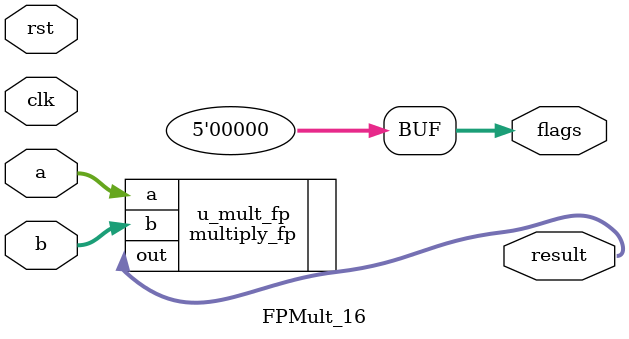
<source format=v>
`ifndef DEFINES_DONE
`define DEFINES_DONE
`define EXPONENT 5
`define MANTISSA 10
`define SIGN 1
`define DATAWIDTH (`SIGN+`EXPONENT+`MANTISSA)
`define IEEE_COMPLIANCE 1
`define NUM 8
`define ADDRSIZE 7
`define ADDRSIZE_FOR_TB 10
`endif


`timescale 1ns / 1ps

module softmax(
  inp,      //data in from memory to max block
  sub0_inp, //data inputs from memory to first-stage subtractors
  sub1_inp, //data inputs from memory to second-stage subtractors

  start_addr,   //the first address that contains input data in the on-chip memory
  end_addr,     //max address containing required data

  addr,          //address corresponding to data inp
  sub0_inp_addr, //address corresponding to sub0_inp
  sub1_inp_addr, //address corresponding to sub1_inp

  outp0,
  outp1,
  outp2,
  outp3,
  outp4,
  outp5,
  outp6,
  outp7,

  clk,
  reset,
  init,   //the signal indicating to latch the new start address
  done,   //done signal asserts when the softmax calculation is over
  start); //start signal for the overall softmax operation

  input clk;
  input reset;
  input start;
  input init;

  input  [`DATAWIDTH*`NUM-1:0] inp;
  input  [`DATAWIDTH*`NUM-1:0] sub0_inp;
  input  [`DATAWIDTH*`NUM-1:0] sub1_inp;
  input  [`ADDRSIZE-1:0]       end_addr;
  input  [`ADDRSIZE-1:0]       start_addr;

  output [`ADDRSIZE-1 :0] addr;
  output  [`ADDRSIZE-1:0] sub0_inp_addr;
  output  [`ADDRSIZE-1:0] sub1_inp_addr;

  output [`DATAWIDTH-1:0] outp0;
  output [`DATAWIDTH-1:0] outp1;
  output [`DATAWIDTH-1:0] outp2;
  output [`DATAWIDTH-1:0] outp3;
  output [`DATAWIDTH-1:0] outp4;
  output [`DATAWIDTH-1:0] outp5;
  output [`DATAWIDTH-1:0] outp6;
  output [`DATAWIDTH-1:0] outp7;
  output done;

  reg [`DATAWIDTH*`NUM-1:0] inp_reg;
  reg [`ADDRSIZE-1:0] addr;
  reg [`DATAWIDTH*`NUM-1:0] sub0_inp_reg;
  reg [`DATAWIDTH*`NUM-1:0] sub1_inp_reg;
  reg [`ADDRSIZE-1:0] sub0_inp_addr;
  reg [`ADDRSIZE-1:0] sub1_inp_addr;


  ////-----------control signals--------------////
  reg mode1_start;
  reg mode1_run;
  reg mode2_start;
  reg mode2_run;

  reg mode3_stage_run2;
  reg mode3_stage_run;
  reg mode7_stage_run2;
  reg mode7_stage_run;

  reg mode3_run;

  reg mode1_stage0_run;
  reg mode1_stage1_run;
  reg mode1_stage2_run;
  wire mode1_stage3_run;
  assign mode1_stage3_run = mode1_run;

  reg mode4_stage1_run_a;
  reg mode4_stage2_run_a;
  reg mode4_stage0_run;
  reg mode4_stage1_run;
  reg mode4_stage2_run;
  reg mode4_stage3_run;

  reg mode5_run;
  reg mode6_run;
  reg mode7_run;
  reg presub_start;
  reg presub_run;
  reg done;

  always @(posedge clk)begin
    mode4_stage1_run_a <= mode4_stage1_run;
    mode4_stage2_run_a <= mode4_stage2_run;
  end

  always @(posedge clk) begin
    if(reset) begin
      inp_reg <= 0;
      addr <= 0;
      mode1_start <= 0;
      mode1_run <= 0;
    end
    //init latch the input address
    else if(init) begin
      addr <= start_addr;
    end
    //start the mode1 max calculation
    else if(start)begin
      mode1_start <= 1;
    end
    //logic when to finish mode1 and trigger mode2 to latch the mode2 address
    else if(mode1_start && addr < end_addr) begin
      addr <= addr + 1;
      inp_reg <= inp;
      mode1_run <= 1;
    end else if(addr == end_addr)begin
      addr <= 0;
      mode1_run <= 0;
      mode1_start <= 0;
    end else begin
      mode1_run <= 0;
    end
  end

  always @(posedge clk) begin
    if(reset) begin
      mode1_stage2_run <= 0;
    end
    else if (mode1_stage3_run == 1) begin
      mode1_stage2_run <= 1;
    end
    else begin
      mode1_stage2_run <= 0;
    end
  end

  always @(posedge clk) begin
    if(reset) begin
      mode1_stage1_run <= 0;
    end
    else if (mode1_stage2_run == 1) begin
      mode1_stage1_run <= 1;
    end
    else begin
      mode1_stage1_run <= 0;
    end
  end

  always @(posedge clk) begin
    if(reset) begin
      mode1_stage0_run <= 0;
    end
    else if (mode1_stage1_run == 1) begin
      mode1_stage0_run <= 1;
    end
    else begin
      mode1_stage0_run <= 0;
    end
  end

  always @(posedge clk) begin
    if(reset) begin
      sub0_inp_addr <= 0;
      sub0_inp_reg <= 0;
      mode2_start <= 0;
      mode2_run <= 0;
    end
    else if ((addr == end_addr) && ~(mode1_start && (addr<end_addr))) begin
        mode2_start <= 1;
        sub0_inp_addr <= start_addr;
	  end
    //logic when to finish mode2
    else if(mode2_start && sub0_inp_addr < end_addr) begin
      sub0_inp_addr <= sub0_inp_addr + 1;
      sub0_inp_reg <= sub0_inp;
      mode2_run <= 1;
    end 
	else if(sub0_inp_addr == end_addr)begin
      sub0_inp_addr <= 0;
      sub0_inp_reg <= 0;
      mode2_run <= 0;
      mode2_start <= 0;
    end
  end	

  always @(posedge clk) begin
    if(reset) begin
      mode3_stage_run2 <= 0;
    end
    //logic when to trigger mode3
    else if(mode2_run == 1) begin
      mode3_stage_run2 <= 1;
    end else begin
      mode3_stage_run2 <= 0;
    end
  end	

  always @(posedge clk) begin
    if(reset) begin
      mode3_stage_run <= 0;
    end
    else if(mode3_stage_run2 == 1) begin
      mode3_stage_run <= 1;
    end else begin
      mode3_stage_run <= 0;
    end
  end	
  
  always @(posedge clk) begin
    if(reset) begin
      mode3_run <= 0;
    end
    else if(mode3_stage_run == 1) begin
      mode3_run <= 1;
    end else begin
      mode3_run <= 0;
    end
  end

    //logic when to trigger mode4 last stage adderTree, since the final results of adderTree
    //is always ready 1 cycle after mode3 finishes, so there is no need on extra
    //logic to control the adderTree outputs
  always @(posedge clk) begin
    if(reset) begin
      mode4_stage3_run <= 0;
    end
    else if (mode3_run == 1) begin
      mode4_stage3_run <= 1;
    end else begin
      mode4_stage3_run <= 0;
    end
  end

  always @(posedge clk) begin
    if(reset) begin
      mode4_stage2_run <= 0;
    end
    else if (mode4_stage3_run == 1) begin
      mode4_stage2_run <= 1;
    end else begin
      mode4_stage2_run <= 0;
    end
  end

  always @(posedge clk) begin
    if(reset) begin
      mode4_stage1_run <= 0;
    end
    else if (mode4_stage2_run == 1) begin
      mode4_stage1_run <= 1;
    end else begin
      mode4_stage1_run <= 0;
    end
  end

  always @(posedge clk) begin
    if(reset) begin
      mode4_stage0_run <= 0;
    end
    else if (mode4_stage1_run == 1) begin
      mode4_stage0_run <= 1;
    end else begin
      mode4_stage0_run <= 0;
    end
  end

  always @(posedge clk) begin
    if(reset) begin
      mode5_run <= 0;
    end
    //mode5 should be triggered right at the falling edge of mode4_stage1_run
    else if(mode4_stage1_run_a & ~mode4_stage1_run) begin
      mode5_run <= 1;
    end 
	else if(mode4_stage1_run == 0) begin
      mode5_run <= 0;
    end
  end

  always @(posedge clk) begin
    if(reset) begin
      presub_start <= 0;
      sub1_inp_addr <= 0;
      sub1_inp_reg <= 0;
      presub_run <= 0;
    end
    else if(mode4_stage2_run_a & ~mode4_stage2_run) begin
      presub_start <= 1;
      sub1_inp_addr <= start_addr;
      sub1_inp_reg <= sub1_inp;
    end
    else if(~reset && presub_start && sub1_inp_addr < end_addr)begin
      sub1_inp_addr <= sub1_inp_addr + 1;
      sub1_inp_reg <= sub1_inp;
      presub_run <= 1;
    end 
	else if(sub1_inp_addr == end_addr) begin
      presub_run <= 0;
      presub_start <= 0;
      sub1_inp_addr <= 0;
      sub1_inp_reg <= 0;
    end
  end

  always @(posedge clk) begin
    if(reset) begin
      mode6_run <= 0;
	end  
    else if(presub_run) begin
      mode6_run <= 1;
    end else begin
      mode6_run <= 0;
    end
  end

  always @(posedge clk) begin
    if(reset) begin
      mode7_stage_run2 <= 0;
	end
    else if(mode6_run == 1) begin
      mode7_stage_run2 <= 1;
    end else begin
      mode7_stage_run2 <= 0;
    end
  end

  always @(posedge clk) begin
    if(reset) begin
      mode7_stage_run <= 0;
	end
    else if(mode7_stage_run2 == 1) begin
      mode7_stage_run <= 1;
    end else begin
      mode7_stage_run <= 0;
    end
  end 

  always @(posedge clk) begin
    if(reset) begin
      mode7_run <= 0;
	end
	else if(mode7_stage_run == 1) begin
      mode7_run <= 1;
    end else begin
      mode7_run <= 0;
    end
  end

  always @(posedge clk) begin
    if(reset) begin
      done <= 0;
	end  
    else if(mode7_run) begin
      done <= 1;
    end else begin
      done <= 0;
    end
  end


  ////------mode1 max block---------///////
  wire [`DATAWIDTH-1:0] max_outp;

  mode1_max_tree mode1_max(
      .inp0(inp_reg[`DATAWIDTH*1-1:`DATAWIDTH*0]),
      .inp1(inp_reg[`DATAWIDTH*2-1:`DATAWIDTH*1]),
      .inp2(inp_reg[`DATAWIDTH*3-1:`DATAWIDTH*2]),
      .inp3(inp_reg[`DATAWIDTH*4-1:`DATAWIDTH*3]),
      .inp4(inp_reg[`DATAWIDTH*5-1:`DATAWIDTH*4]),
      .inp5(inp_reg[`DATAWIDTH*6-1:`DATAWIDTH*5]),
      .inp6(inp_reg[`DATAWIDTH*7-1:`DATAWIDTH*6]),
      .inp7(inp_reg[`DATAWIDTH*8-1:`DATAWIDTH*7]),
      .mode1_stage0_run(mode1_stage0_run),
	  .mode1_stage1_run(mode1_stage1_run),
      .mode1_stage2_run(mode1_stage2_run), 
      .mode1_stage3_run(mode1_stage3_run),
      .clk(clk),
      .reset(reset),
      .outp(max_outp));

  ////------mode2 subtraction---------///////
  wire [`DATAWIDTH-1:0] mode2_outp_sub0;
  wire [`DATAWIDTH-1:0] mode2_outp_sub1;
  wire [`DATAWIDTH-1:0] mode2_outp_sub2;
  wire [`DATAWIDTH-1:0] mode2_outp_sub3;
  wire [`DATAWIDTH-1:0] mode2_outp_sub4;
  wire [`DATAWIDTH-1:0] mode2_outp_sub5;
  wire [`DATAWIDTH-1:0] mode2_outp_sub6;
  wire [`DATAWIDTH-1:0] mode2_outp_sub7;
  mode2_sub mode2_sub(
      .a_inp0(sub0_inp_reg[`DATAWIDTH*1-1:`DATAWIDTH*0]),
      .a_inp1(sub0_inp_reg[`DATAWIDTH*2-1:`DATAWIDTH*1]),
      .a_inp2(sub0_inp_reg[`DATAWIDTH*3-1:`DATAWIDTH*2]),
      .a_inp3(sub0_inp_reg[`DATAWIDTH*4-1:`DATAWIDTH*3]),
      .a_inp4(sub0_inp_reg[`DATAWIDTH*5-1:`DATAWIDTH*4]),
      .a_inp5(sub0_inp_reg[`DATAWIDTH*6-1:`DATAWIDTH*5]),
      .a_inp6(sub0_inp_reg[`DATAWIDTH*7-1:`DATAWIDTH*6]),
      .a_inp7(sub0_inp_reg[`DATAWIDTH*8-1:`DATAWIDTH*7]),
      .outp0(mode2_outp_sub0),
      .outp1(mode2_outp_sub1),
      .outp2(mode2_outp_sub2),
      .outp3(mode2_outp_sub3),
      .outp4(mode2_outp_sub4),
      .outp5(mode2_outp_sub5),
      .outp6(mode2_outp_sub6),
      .outp7(mode2_outp_sub7),
      .b_inp(max_outp));

  reg [`DATAWIDTH-1:0] mode2_outp_sub0_reg;
  reg [`DATAWIDTH-1:0] mode2_outp_sub1_reg;
  reg [`DATAWIDTH-1:0] mode2_outp_sub2_reg;
  reg [`DATAWIDTH-1:0] mode2_outp_sub3_reg;
  reg [`DATAWIDTH-1:0] mode2_outp_sub4_reg;
  reg [`DATAWIDTH-1:0] mode2_outp_sub5_reg;
  reg [`DATAWIDTH-1:0] mode2_outp_sub6_reg;
  reg [`DATAWIDTH-1:0] mode2_outp_sub7_reg;
  always @(posedge clk) begin
    if (reset) begin
      mode2_outp_sub0_reg <= 0;
      mode2_outp_sub1_reg <= 0;
      mode2_outp_sub2_reg <= 0;
      mode2_outp_sub3_reg <= 0;
      mode2_outp_sub4_reg <= 0;
      mode2_outp_sub5_reg <= 0;
      mode2_outp_sub6_reg <= 0;
      mode2_outp_sub7_reg <= 0;
    end else if (mode2_run) begin
      mode2_outp_sub0_reg <= mode2_outp_sub0;
      mode2_outp_sub1_reg <= mode2_outp_sub1;
      mode2_outp_sub2_reg <= mode2_outp_sub2;
      mode2_outp_sub3_reg <= mode2_outp_sub3;
      mode2_outp_sub4_reg <= mode2_outp_sub4;
      mode2_outp_sub5_reg <= mode2_outp_sub5;
      mode2_outp_sub6_reg <= mode2_outp_sub6;
      mode2_outp_sub7_reg <= mode2_outp_sub7;
    end
  end

  ////------mode3 exponential---------///////
  wire [`DATAWIDTH-1:0] mode3_outp_exp0;
  wire [`DATAWIDTH-1:0] mode3_outp_exp1;
  wire [`DATAWIDTH-1:0] mode3_outp_exp2;
  wire [`DATAWIDTH-1:0] mode3_outp_exp3;
  wire [`DATAWIDTH-1:0] mode3_outp_exp4;
  wire [`DATAWIDTH-1:0] mode3_outp_exp5;
  wire [`DATAWIDTH-1:0] mode3_outp_exp6;
  wire [`DATAWIDTH-1:0] mode3_outp_exp7;
  mode3_exp mode3_exp(
      .inp0(mode2_outp_sub0_reg),
      .inp1(mode2_outp_sub1_reg),
      .inp2(mode2_outp_sub2_reg),
      .inp3(mode2_outp_sub3_reg),
      .inp4(mode2_outp_sub4_reg),
      .inp5(mode2_outp_sub5_reg),
      .inp6(mode2_outp_sub6_reg),
      .inp7(mode2_outp_sub7_reg),

      .clk(clk),
      .reset(reset),
      .stage_run(mode3_stage_run),
      .stage_run2(mode3_stage_run2),
      .outp0(mode3_outp_exp0),
      .outp1(mode3_outp_exp1),
      .outp2(mode3_outp_exp2),
      .outp3(mode3_outp_exp3),
      .outp4(mode3_outp_exp4),
      .outp5(mode3_outp_exp5),
      .outp6(mode3_outp_exp6),
      .outp7(mode3_outp_exp7)
  );

  reg [`DATAWIDTH-1:0] mode3_outp_exp0_reg;
  reg [`DATAWIDTH-1:0] mode3_outp_exp1_reg;
  reg [`DATAWIDTH-1:0] mode3_outp_exp2_reg;
  reg [`DATAWIDTH-1:0] mode3_outp_exp3_reg;
  reg [`DATAWIDTH-1:0] mode3_outp_exp4_reg;
  reg [`DATAWIDTH-1:0] mode3_outp_exp5_reg;
  reg [`DATAWIDTH-1:0] mode3_outp_exp6_reg;
  reg [`DATAWIDTH-1:0] mode3_outp_exp7_reg;
  always @(posedge clk) begin
    if (reset) begin
      mode3_outp_exp0_reg <= 0;
      mode3_outp_exp1_reg <= 0;
      mode3_outp_exp2_reg <= 0;
      mode3_outp_exp3_reg <= 0;
      mode3_outp_exp4_reg <= 0;
      mode3_outp_exp5_reg <= 0;
      mode3_outp_exp6_reg <= 0;
      mode3_outp_exp7_reg <= 0;
    end else if (mode3_run) begin
      mode3_outp_exp0_reg <= mode3_outp_exp0;
      mode3_outp_exp1_reg <= mode3_outp_exp1;
      mode3_outp_exp2_reg <= mode3_outp_exp2;
      mode3_outp_exp3_reg <= mode3_outp_exp3;
      mode3_outp_exp4_reg <= mode3_outp_exp4;
      mode3_outp_exp5_reg <= mode3_outp_exp5;
      mode3_outp_exp6_reg <= mode3_outp_exp6;
      mode3_outp_exp7_reg <= mode3_outp_exp7;
    end
  end

  //////------mode4 pipelined adder tree---------///////
  wire [`DATAWIDTH-1:0] mode4_adder_tree_outp;
  mode4_adder_tree mode4_adder_tree(
    .inp0(mode3_outp_exp0_reg),
    .inp1(mode3_outp_exp1_reg),
    .inp2(mode3_outp_exp2_reg),
    .inp3(mode3_outp_exp3_reg),
    .inp4(mode3_outp_exp4_reg),
    .inp5(mode3_outp_exp5_reg),
    .inp6(mode3_outp_exp6_reg),
    .inp7(mode3_outp_exp7_reg),
    .mode4_stage3_run(mode4_stage3_run),
    .mode4_stage2_run(mode4_stage2_run),
    .mode4_stage1_run(mode4_stage1_run),
    .mode4_stage0_run(mode4_stage0_run),

    .clk(clk),
    .reset(reset),
    .outp(mode4_adder_tree_outp)
  );


  //////------mode5 log---------///////
  wire [`DATAWIDTH-1:0] mode5_outp_log;
  reg  [`DATAWIDTH-1:0] mode5_outp_log_reg;
  mode5_ln mode5_ln(.inp(mode4_adder_tree_outp), .outp(mode5_outp_log));

  always @(posedge clk) begin
    if(reset) begin
      mode5_outp_log_reg <= 0;
    end else if(mode5_run) begin
      mode5_outp_log_reg <= mode5_outp_log;
    end
  end

  //////------mode6 pre-sub---------///////
  wire [`DATAWIDTH-1:0] mode6_outp_presub0;
  wire [`DATAWIDTH-1:0] mode6_outp_presub1;
  wire [`DATAWIDTH-1:0] mode6_outp_presub2;
  wire [`DATAWIDTH-1:0] mode6_outp_presub3;
  wire [`DATAWIDTH-1:0] mode6_outp_presub4;
  wire [`DATAWIDTH-1:0] mode6_outp_presub5;
  wire [`DATAWIDTH-1:0] mode6_outp_presub6;
  wire [`DATAWIDTH-1:0] mode6_outp_presub7;
  reg [`DATAWIDTH-1:0] mode6_outp_presub0_reg;
  reg [`DATAWIDTH-1:0] mode6_outp_presub1_reg;
  reg [`DATAWIDTH-1:0] mode6_outp_presub2_reg;
  reg [`DATAWIDTH-1:0] mode6_outp_presub3_reg;
  reg [`DATAWIDTH-1:0] mode6_outp_presub4_reg;
  reg [`DATAWIDTH-1:0] mode6_outp_presub5_reg;
  reg [`DATAWIDTH-1:0] mode6_outp_presub6_reg;
  reg [`DATAWIDTH-1:0] mode6_outp_presub7_reg;

  mode6_sub pre_sub(
      .a_inp0(sub1_inp_reg[`DATAWIDTH*1-1:`DATAWIDTH*0]),
      .a_inp1(sub1_inp_reg[`DATAWIDTH*2-1:`DATAWIDTH*1]),
      .a_inp2(sub1_inp_reg[`DATAWIDTH*3-1:`DATAWIDTH*2]),
      .a_inp3(sub1_inp_reg[`DATAWIDTH*4-1:`DATAWIDTH*3]),
      .a_inp4(sub1_inp_reg[`DATAWIDTH*5-1:`DATAWIDTH*4]),
      .a_inp5(sub1_inp_reg[`DATAWIDTH*6-1:`DATAWIDTH*5]),
      .a_inp6(sub1_inp_reg[`DATAWIDTH*7-1:`DATAWIDTH*6]),
      .a_inp7(sub1_inp_reg[`DATAWIDTH*8-1:`DATAWIDTH*7]),
      .b_inp(max_outp),
      .outp0(mode6_outp_presub0),
      .outp1(mode6_outp_presub1),
      .outp2(mode6_outp_presub2),
      .outp3(mode6_outp_presub3),
      .outp4(mode6_outp_presub4),
      .outp5(mode6_outp_presub5),
      .outp6(mode6_outp_presub6),
      .outp7(mode6_outp_presub7)
  );
  always @(posedge clk) begin
    if (reset) begin
      mode6_outp_presub0_reg <= 0;
      mode6_outp_presub1_reg <= 0;
      mode6_outp_presub2_reg <= 0;
      mode6_outp_presub3_reg <= 0;
      mode6_outp_presub4_reg <= 0;
      mode6_outp_presub5_reg <= 0;
      mode6_outp_presub6_reg <= 0;
      mode6_outp_presub7_reg <= 0;
    end else if (presub_run) begin
      mode6_outp_presub0_reg <= mode6_outp_presub0;
      mode6_outp_presub1_reg <= mode6_outp_presub1;
      mode6_outp_presub2_reg <= mode6_outp_presub2;
      mode6_outp_presub3_reg <= mode6_outp_presub3;
      mode6_outp_presub4_reg <= mode6_outp_presub4;
      mode6_outp_presub5_reg <= mode6_outp_presub5;
      mode6_outp_presub6_reg <= mode6_outp_presub6;
      mode6_outp_presub7_reg <= mode6_outp_presub7;
    end
  end

  //////------mode6 logsub ---------///////
  wire [`DATAWIDTH-1:0] mode6_outp_logsub0;
  wire [`DATAWIDTH-1:0] mode6_outp_logsub1;
  wire [`DATAWIDTH-1:0] mode6_outp_logsub2;
  wire [`DATAWIDTH-1:0] mode6_outp_logsub3;
  wire [`DATAWIDTH-1:0] mode6_outp_logsub4;
  wire [`DATAWIDTH-1:0] mode6_outp_logsub5;
  wire [`DATAWIDTH-1:0] mode6_outp_logsub6;
  wire [`DATAWIDTH-1:0] mode6_outp_logsub7;
  reg [`DATAWIDTH-1:0] mode6_outp_logsub0_reg;
  reg [`DATAWIDTH-1:0] mode6_outp_logsub1_reg;
  reg [`DATAWIDTH-1:0] mode6_outp_logsub2_reg;
  reg [`DATAWIDTH-1:0] mode6_outp_logsub3_reg;
  reg [`DATAWIDTH-1:0] mode6_outp_logsub4_reg;
  reg [`DATAWIDTH-1:0] mode6_outp_logsub5_reg;
  reg [`DATAWIDTH-1:0] mode6_outp_logsub6_reg;
  reg [`DATAWIDTH-1:0] mode6_outp_logsub7_reg;

  mode6_sub log_sub(
      .a_inp0(mode6_outp_presub0_reg),
      .a_inp1(mode6_outp_presub1_reg),
      .a_inp2(mode6_outp_presub2_reg),
      .a_inp3(mode6_outp_presub3_reg),
      .a_inp4(mode6_outp_presub4_reg),
      .a_inp5(mode6_outp_presub5_reg),
      .a_inp6(mode6_outp_presub6_reg),
      .a_inp7(mode6_outp_presub7_reg),
      .b_inp(mode5_outp_log_reg),
      .outp0(mode6_outp_logsub0),
      .outp1(mode6_outp_logsub1),
      .outp2(mode6_outp_logsub2),
      .outp3(mode6_outp_logsub3),
      .outp4(mode6_outp_logsub4),
      .outp5(mode6_outp_logsub5),
      .outp6(mode6_outp_logsub6),
      .outp7(mode6_outp_logsub7)
  );
  always @(posedge clk) begin
    if (reset) begin
      mode6_outp_logsub0_reg <= 0;
      mode6_outp_logsub1_reg <= 0;
      mode6_outp_logsub2_reg <= 0;
      mode6_outp_logsub3_reg <= 0;
      mode6_outp_logsub4_reg <= 0;
      mode6_outp_logsub5_reg <= 0;
      mode6_outp_logsub6_reg <= 0;
      mode6_outp_logsub7_reg <= 0;
    end else if (mode6_run) begin
      mode6_outp_logsub0_reg <= mode6_outp_logsub0;
      mode6_outp_logsub1_reg <= mode6_outp_logsub1;
      mode6_outp_logsub2_reg <= mode6_outp_logsub2;
      mode6_outp_logsub3_reg <= mode6_outp_logsub3;
      mode6_outp_logsub4_reg <= mode6_outp_logsub4;
      mode6_outp_logsub5_reg <= mode6_outp_logsub5;
      mode6_outp_logsub6_reg <= mode6_outp_logsub6;
      mode6_outp_logsub7_reg <= mode6_outp_logsub7;
    end
  end

  //////------mode7 exp---------///////
  wire [`DATAWIDTH-1:0] outp0_temp;
  wire [`DATAWIDTH-1:0] outp1_temp;
  wire [`DATAWIDTH-1:0] outp2_temp;
  wire [`DATAWIDTH-1:0] outp3_temp;
  wire [`DATAWIDTH-1:0] outp4_temp;
  wire [`DATAWIDTH-1:0] outp5_temp;
  wire [`DATAWIDTH-1:0] outp6_temp;
  wire [`DATAWIDTH-1:0] outp7_temp;
  reg [`DATAWIDTH-1:0] outp0;
  reg [`DATAWIDTH-1:0] outp1;
  reg [`DATAWIDTH-1:0] outp2;
  reg [`DATAWIDTH-1:0] outp3;
  reg [`DATAWIDTH-1:0] outp4;
  reg [`DATAWIDTH-1:0] outp5;
  reg [`DATAWIDTH-1:0] outp6;
  reg [`DATAWIDTH-1:0] outp7;

  mode7_exp mode7_exp(
      .inp0(mode6_outp_logsub0_reg),
      .inp1(mode6_outp_logsub1_reg),
      .inp2(mode6_outp_logsub2_reg),
      .inp3(mode6_outp_logsub3_reg),
      .inp4(mode6_outp_logsub4_reg),
      .inp5(mode6_outp_logsub5_reg),
      .inp6(mode6_outp_logsub6_reg),
      .inp7(mode6_outp_logsub7_reg),

      .clk(clk),
      .reset(reset),
      .stage_run(mode7_stage_run),
      .stage_run2(mode7_stage_run2),

      .outp0(outp0_temp),
      .outp1(outp1_temp),
      .outp2(outp2_temp),
      .outp3(outp3_temp),
      .outp4(outp4_temp),
      .outp5(outp5_temp),
      .outp6(outp6_temp),
      .outp7(outp7_temp)
  );
  always @(posedge clk) begin
    if (reset) begin
      outp0 <= 0;
      outp1 <= 0;
      outp2 <= 0;
      outp3 <= 0;
      outp4 <= 0;
      outp5 <= 0;
      outp6 <= 0;
      outp7 <= 0;
    end else if (mode7_run) begin
      outp0 <= outp0_temp;
      outp1 <= outp1_temp;
      outp2 <= outp2_temp;
      outp3 <= outp3_temp;
      outp4 <= outp4_temp;
      outp5 <= outp5_temp;
      outp6 <= outp6_temp;
      outp7 <= outp7_temp;
    end
  end

endmodule


module mode1_max_tree(
  inp0, 
  inp1, 
  inp2, 
  inp3, 
  inp4, 
  inp5, 
  inp6, 
  inp7, 
  mode1_stage3_run,
  mode1_stage2_run,
  mode1_stage1_run,  
  mode1_stage0_run,
  clk,
  reset,
  outp,
);

  input  [`DATAWIDTH-1 : 0] inp0; 
  input  [`DATAWIDTH-1 : 0] inp1; 
  input  [`DATAWIDTH-1 : 0] inp2; 
  input  [`DATAWIDTH-1 : 0] inp3; 
  input  [`DATAWIDTH-1 : 0] inp4; 
  input  [`DATAWIDTH-1 : 0] inp5; 
  input  [`DATAWIDTH-1 : 0] inp6; 
  input  [`DATAWIDTH-1 : 0] inp7; 
  input mode1_stage3_run;
  input mode1_stage2_run;
  input mode1_stage1_run;
  input mode1_stage0_run;
  input clk;
  input reset;
  output [`DATAWIDTH-1 : 0] outp;

  reg    [`DATAWIDTH-1 : 0] outp;

  reg    [`DATAWIDTH-1 : 0] cmp0_out_stage3_reg;
  wire   [`DATAWIDTH-1 : 0] cmp0_out_stage3;
  reg    [`DATAWIDTH-1 : 0] cmp1_out_stage3_reg;
  wire   [`DATAWIDTH-1 : 0] cmp1_out_stage3;
  reg    [`DATAWIDTH-1 : 0] cmp2_out_stage3_reg;
  wire   [`DATAWIDTH-1 : 0] cmp2_out_stage3;
  reg    [`DATAWIDTH-1 : 0] cmp3_out_stage3_reg;
  wire   [`DATAWIDTH-1 : 0] cmp3_out_stage3;
  wire   [`DATAWIDTH-1 : 0] cmp0_out_stage2;
  wire   [`DATAWIDTH-1 : 0] cmp1_out_stage2;
  wire   [`DATAWIDTH-1 : 0] cmp0_out_stage1;
  wire   [`DATAWIDTH-1 : 0] cmp0_out_stage0;
  reg    [`DATAWIDTH-1 : 0] cmp1_out_stage2_reg;
  reg    [`DATAWIDTH-1 : 0] cmp0_out_stage2_reg;
  reg    [`DATAWIDTH-1 : 0] cmp0_out_stage1_reg;


  always @(posedge clk) begin
    if (reset) begin
      outp <= 0;
      cmp0_out_stage3_reg <= 0;
      cmp1_out_stage3_reg <= 0;
      cmp2_out_stage3_reg <= 0;
      cmp3_out_stage3_reg <= 0;
	  cmp0_out_stage2_reg <= 0;
      cmp1_out_stage2_reg <= 0;
	  cmp0_out_stage1_reg <= 0;
    end

    else if(~reset && mode1_stage3_run) begin
      cmp0_out_stage3_reg <= cmp0_out_stage3;
      cmp1_out_stage3_reg <= cmp1_out_stage3;
      cmp2_out_stage3_reg <= cmp2_out_stage3;
      cmp3_out_stage3_reg <= cmp3_out_stage3;
    end
	
	else if(~reset && mode1_stage2_run) begin
      cmp0_out_stage2_reg <= cmp0_out_stage2;
      cmp1_out_stage2_reg <= cmp1_out_stage2;
    end
	
	else if(~reset && mode1_stage1_run) begin
      cmp0_out_stage1_reg <= cmp0_out_stage1;
    end

    else if(~reset && mode1_stage0_run) begin
      outp <= cmp0_out_stage0;
    end

  end

wire cmp0_stage3_aeb;
wire cmp0_stage3_aneb;
wire cmp0_stage3_alb;
wire cmp0_stage3_aleb;
wire cmp0_stage3_agb;
wire cmp0_stage3_ageb;
wire cmp0_stage3_unordered;

wire cmp1_stage3_aeb;
wire cmp1_stage3_aneb;
wire cmp1_stage3_alb;
wire cmp1_stage3_aleb;
wire cmp1_stage3_agb;
wire cmp1_stage3_ageb;
wire cmp1_stage3_unordered;

wire cmp2_stage3_aeb;
wire cmp2_stage3_aneb;
wire cmp2_stage3_alb;
wire cmp2_stage3_aleb;
wire cmp2_stage3_agb;
wire cmp2_stage3_ageb;
wire cmp2_stage3_unordered;

wire cmp3_stage3_aeb;
wire cmp3_stage3_aneb;
wire cmp3_stage3_alb;
wire cmp3_stage3_aleb;
wire cmp3_stage3_agb;
wire cmp3_stage3_ageb;
wire cmp3_stage3_unordered;

wire cmp0_stage2_aeb;
wire cmp0_stage2_aneb;
wire cmp0_stage2_alb;
wire cmp0_stage2_aleb;
wire cmp0_stage2_agb;
wire cmp0_stage2_ageb;
wire cmp0_stage2_unordered;

wire cmp1_stage2_aeb;
wire cmp1_stage2_aneb;
wire cmp1_stage2_alb;
wire cmp1_stage2_aleb;
wire cmp1_stage2_agb;
wire cmp1_stage2_ageb;
wire cmp1_stage2_unordered;

wire cmp0_stage1_aeb;
wire cmp0_stage1_aneb;
wire cmp0_stage1_alb;
wire cmp0_stage1_aleb;
wire cmp0_stage1_agb;
wire cmp0_stage1_ageb;
wire cmp0_stage1_unordered;

wire cmp0_stage0_aeb;
wire cmp0_stage0_aneb;
wire cmp0_stage0_alb;
wire cmp0_stage0_aleb;
wire cmp0_stage0_agb;
wire cmp0_stage0_ageb;
wire cmp0_stage0_unordered;

//Stage3
comparator cmp0_stage3(.a(inp0),       .b(inp1),        .aeb(cmp0_stage3_aeb), .aneb(cmp0_stage3_aneb), .alb(cmp0_stage3_alb), .aleb(cmp0_stage3_aleb), .agb(cmp0_stage3_agb), .ageb(cmp0_stage3_ageb), .unordered(cmp0_stage3_unordered));
assign cmp0_out_stage3 = (cmp0_stage3_ageb==1'b1) ? inp0 : inp1;

comparator cmp1_stage3(.a(inp2),       .b(inp3),         .aeb(cmp1_stage3_aeb), .aneb(cmp1_stage3_aneb), .alb(cmp1_stage3_alb), .aleb(cmp1_stage3_aleb), .agb(cmp1_stage3_agb), .ageb(cmp1_stage3_ageb), .unordered(cmp1_stage3_unordered));   
assign cmp1_out_stage3 = (cmp1_stage3_ageb==1'b1) ? inp2 : inp3;

comparator cmp2_stage3(.a(inp4),       .b(inp5),         .aeb(cmp2_stage3_aeb), .aneb(cmp2_stage3_aneb), .alb(cmp2_stage3_alb), .aleb(cmp2_stage3_aleb), .agb(cmp2_stage3_agb), .ageb(cmp2_stage3_ageb), .unordered(cmp2_stage3_unordered));   
assign cmp2_out_stage3 = (cmp2_stage3_ageb==1'b1) ? inp4 : inp5;

comparator cmp3_stage3(.a(inp6),       .b(inp7),         .aeb(cmp3_stage3_aeb), .aneb(cmp3_stage3_aneb), .alb(cmp3_stage3_alb), .aleb(cmp3_stage3_aleb), .agb(cmp3_stage3_agb), .ageb(cmp3_stage3_ageb), .unordered(cmp3_stage3_unordered));   
assign cmp3_out_stage3 = (cmp3_stage3_ageb==1'b1) ? inp6 : inp7;

//Stage2
comparator cmp0_stage2(.a(cmp0_out_stage3_reg),       .b(cmp1_out_stage3_reg),        .aeb(cmp0_stage2_aeb), .aneb(cmp0_stage2_aneb), .alb(cmp0_stage2_alb), .aleb(cmp0_stage2_aleb), .agb(cmp0_stage2_agb), .ageb(cmp0_stage2_ageb), .unordered(cmp0_stage2_unordered));
assign cmp0_out_stage2 = (cmp0_stage2_ageb==1'b1) ? cmp0_out_stage3_reg : cmp1_out_stage3_reg;

comparator cmp1_stage2(.a(cmp2_out_stage3_reg),       .b(cmp3_out_stage3_reg),         .aeb(cmp1_stage2_aeb), .aneb(cmp1_stage2_aneb), .alb(cmp1_stage2_alb), .aleb(cmp1_stage2_aleb), .agb(cmp1_stage2_agb), .ageb(cmp1_stage2_ageb), .unordered(cmp1_stage2_unordered));   
assign cmp1_out_stage2 = (cmp1_stage2_ageb==1'b1) ? cmp2_out_stage3_reg : cmp3_out_stage3_reg;

//Stage1
comparator cmp0_stage1(.a(cmp0_out_stage2_reg),       .b(cmp1_out_stage2_reg),          .aeb(cmp0_stage1_aeb), .aneb(cmp0_stage1_aneb), .alb(cmp0_stage1_alb), .aleb(cmp0_stage1_aleb), .agb(cmp0_stage1_agb), .ageb(cmp0_stage1_ageb), .unordered(cmp0_stage1_unordered));
assign cmp0_out_stage1 = (cmp0_stage1_ageb==1'b1) ? cmp0_out_stage2_reg: cmp1_out_stage2_reg;

//Stage0
comparator cmp0_stage0(.a(outp),       .b(cmp0_out_stage1_reg),         .aeb(cmp0_stage0_aeb), .aneb(cmp0_stage0_aneb), .alb(cmp0_stage0_alb), .aleb(cmp0_stage0_aleb), .agb(cmp0_stage0_agb), .ageb(cmp0_stage0_ageb), .unordered(cmp0_stage0_unordered));
assign cmp0_out_stage0 = (cmp0_stage0_ageb==1'b1) ? outp : cmp0_out_stage1_reg;

//DW_fp_cmp #(`MANTISSA, `EXPONENT, `IEEE_COMPLIANCE) cmp0_stage3(.a(inp0),       .b(inp1),      .z1(cmp0_out_stage3), .zctr(1'b0), .aeqb(), .altb(), .agtb(), .unordered(), .z0(), .status0(), .status1());
//DW_fp_cmp #(`MANTISSA, `EXPONENT, `IEEE_COMPLIANCE) cmp1_stage3(.a(inp2),       .b(inp3),      .z1(cmp1_out_stage3), .zctr(1'b0), .aeqb(), .altb(), .agtb(), .unordered(), .z0(), .status0(), .status1());
//DW_fp_cmp #(`MANTISSA, `EXPONENT, `IEEE_COMPLIANCE) cmp2_stage3(.a(inp4),       .b(inp5),      .z1(cmp2_out_stage3), .zctr(1'b0), .aeqb(), .altb(), .agtb(), .unordered(), .z0(), .status0(), .status1());
//DW_fp_cmp #(`MANTISSA, `EXPONENT, `IEEE_COMPLIANCE) cmp3_stage3(.a(inp6),       .b(inp7),      .z1(cmp3_out_stage3), .zctr(1'b0), .aeqb(), .altb(), .agtb(), .unordered(), .z0(), .status0(), .status1());
//
//DW_fp_cmp #(`MANTISSA, `EXPONENT, `IEEE_COMPLIANCE) cmp0_stage2(.a(cmp0_out_stage3_reg),       .b(cmp1_out_stage3_reg),      .z1(cmp0_out_stage2), .zctr(1'b0), .aeqb(), .altb(), .agtb(), .unordered(), .z0(), .status0(), .status1());
//DW_fp_cmp #(`MANTISSA, `EXPONENT, `IEEE_COMPLIANCE) cmp1_stage2(.a(cmp2_out_stage3_reg),       .b(cmp3_out_stage3_reg),      .z1(cmp1_out_stage2), .zctr(1'b0), .aeqb(), .altb(), .agtb(), .unordered(), .z0(), .status0(), .status1());
//
//DW_fp_cmp #(`MANTISSA, `EXPONENT, `IEEE_COMPLIANCE) cmp0_stage1(.a(cmp0_out_stage2),       .b(cmp1_out_stage2),      .z1(cmp0_out_stage1), .zctr(1'b0), .aeqb(), .altb(), .agtb(), .unordered(), .z0(), .status0(), .status1());
//
//DW_fp_cmp #(`MANTISSA, `EXPONENT, `IEEE_COMPLIANCE) cmp0_stage0(.a(outp),       .b(cmp0_out_stage1),      .z1(cmp0_out_stage0), .zctr(1'b0), .aeqb(), .altb(), .agtb(), .unordered(), .z0(), .status0(), .status1());

endmodule


module mode2_sub(
  a_inp0,
  a_inp1,
  a_inp2,
  a_inp3,
  a_inp4,
  a_inp5,
  a_inp6,
  a_inp7,
  outp0,
  outp1,
  outp2,
  outp3,
  outp4,
  outp5,
  outp6,
  outp7,
  b_inp,
);

  input  [`DATAWIDTH-1 : 0] a_inp0;
  input  [`DATAWIDTH-1 : 0] a_inp1;
  input  [`DATAWIDTH-1 : 0] a_inp2;
  input  [`DATAWIDTH-1 : 0] a_inp3;
  input  [`DATAWIDTH-1 : 0] a_inp4;
  input  [`DATAWIDTH-1 : 0] a_inp5;
  input  [`DATAWIDTH-1 : 0] a_inp6;
  input  [`DATAWIDTH-1 : 0] a_inp7;
  output  [`DATAWIDTH-1 : 0] outp0;
  output  [`DATAWIDTH-1 : 0] outp1;
  output  [`DATAWIDTH-1 : 0] outp2;
  output  [`DATAWIDTH-1 : 0] outp3;
  output  [`DATAWIDTH-1 : 0] outp4;
  output  [`DATAWIDTH-1 : 0] outp5;
  output  [`DATAWIDTH-1 : 0] outp6;
  output  [`DATAWIDTH-1 : 0] outp7;
  input  [`DATAWIDTH-1 : 0] b_inp;

  wire clk_NC;
  wire rst_NC;
  wire [4:0] flags_NC0, flags_NC1, flags_NC2, flags_NC3;
  wire [4:0] flags_NC4, flags_NC5, flags_NC6, flags_NC7;

  // 0 add, 1 sub
  FPAddSub sub0(.clk(clk_NC), .rst(rst_NC), .a(a_inp0),	.b(b_inp), .operation(1'b1),	.result(outp0), .flags(flags_NC0));
  FPAddSub sub1(.clk(clk_NC), .rst(rst_NC), .a(a_inp1),	.b(b_inp), .operation(1'b1),	.result(outp1), .flags(flags_NC1));
  FPAddSub sub2(.clk(clk_NC), .rst(rst_NC), .a(a_inp2),	.b(b_inp), .operation(1'b1),	.result(outp2), .flags(flags_NC2));
  FPAddSub sub3(.clk(clk_NC), .rst(rst_NC), .a(a_inp3),	.b(b_inp), .operation(1'b1),	.result(outp3), .flags(flags_NC3));
  FPAddSub sub4(.clk(clk_NC), .rst(rst_NC), .a(a_inp4),	.b(b_inp), .operation(1'b1),	.result(outp4), .flags(flags_NC4));
  FPAddSub sub5(.clk(clk_NC), .rst(rst_NC), .a(a_inp5),	.b(b_inp), .operation(1'b1),	.result(outp5), .flags(flags_NC5));
  FPAddSub sub6(.clk(clk_NC), .rst(rst_NC), .a(a_inp6),	.b(b_inp), .operation(1'b1),	.result(outp6), .flags(flags_NC6));
  FPAddSub sub7(.clk(clk_NC), .rst(rst_NC), .a(a_inp7),	.b(b_inp), .operation(1'b1),	.result(outp7), .flags(flags_NC7));

//  DW_fp_sub #(`MANTISSA, `EXPONENT, `IEEE_COMPLIANCE) sub0(.a(a_inp0), .b(b_inp), .z(outp0), .rnd(3'b000), .status());
//  DW_fp_sub #(`MANTISSA, `EXPONENT, `IEEE_COMPLIANCE) sub1(.a(a_inp1), .b(b_inp), .z(outp1), .rnd(3'b000), .status());
//  DW_fp_sub #(`MANTISSA, `EXPONENT, `IEEE_COMPLIANCE) sub2(.a(a_inp2), .b(b_inp), .z(outp2), .rnd(3'b000), .status());
//  DW_fp_sub #(`MANTISSA, `EXPONENT, `IEEE_COMPLIANCE) sub3(.a(a_inp3), .b(b_inp), .z(outp3), .rnd(3'b000), .status());
//  DW_fp_sub #(`MANTISSA, `EXPONENT, `IEEE_COMPLIANCE) sub4(.a(a_inp4), .b(b_inp), .z(outp4), .rnd(3'b000), .status());
//  DW_fp_sub #(`MANTISSA, `EXPONENT, `IEEE_COMPLIANCE) sub5(.a(a_inp5), .b(b_inp), .z(outp5), .rnd(3'b000), .status());
//  DW_fp_sub #(`MANTISSA, `EXPONENT, `IEEE_COMPLIANCE) sub6(.a(a_inp6), .b(b_inp), .z(outp6), .rnd(3'b000), .status());
//  DW_fp_sub #(`MANTISSA, `EXPONENT, `IEEE_COMPLIANCE) sub7(.a(a_inp7), .b(b_inp), .z(outp7), .rnd(3'b000), .status());
endmodule


module mode3_exp(
  inp0, 
  inp1, 
  inp2, 
  inp3, 
  inp4, 
  inp5, 
  inp6, 
  inp7, 

  clk,
  reset,
  stage_run,
  stage_run2,
  
  outp0, 
  outp1, 
  outp2, 
  outp3, 
  outp4, 
  outp5, 
  outp6, 
  outp7
);

  input  [`DATAWIDTH-1 : 0] inp0;
  input  [`DATAWIDTH-1 : 0] inp1;
  input  [`DATAWIDTH-1 : 0] inp2;
  input  [`DATAWIDTH-1 : 0] inp3;
  input  [`DATAWIDTH-1 : 0] inp4;
  input  [`DATAWIDTH-1 : 0] inp5;
  input  [`DATAWIDTH-1 : 0] inp6;
  input  [`DATAWIDTH-1 : 0] inp7;

  input  clk;
  input  reset;
  input  stage_run;
  input  stage_run2; 
  
  output  [`DATAWIDTH-1 : 0] outp0;
  output  [`DATAWIDTH-1 : 0] outp1;
  output  [`DATAWIDTH-1 : 0] outp2;
  output  [`DATAWIDTH-1 : 0] outp3;
  output  [`DATAWIDTH-1 : 0] outp4;
  output  [`DATAWIDTH-1 : 0] outp5;
  output  [`DATAWIDTH-1 : 0] outp6;
  output  [`DATAWIDTH-1 : 0] outp7;
  expunit exp0(.a(inp0), .z(outp0), .status(), .stage_run(stage_run), .stage_run2(stage_run2), .clk(clk), .reset(reset));
  expunit exp1(.a(inp1), .z(outp1), .status(), .stage_run(stage_run), .stage_run2(stage_run2), .clk(clk), .reset(reset));
  expunit exp2(.a(inp2), .z(outp2), .status(), .stage_run(stage_run), .stage_run2(stage_run2), .clk(clk), .reset(reset));
  expunit exp3(.a(inp3), .z(outp3), .status(), .stage_run(stage_run), .stage_run2(stage_run2), .clk(clk), .reset(reset));
  expunit exp4(.a(inp4), .z(outp4), .status(), .stage_run(stage_run), .stage_run2(stage_run2), .clk(clk), .reset(reset));
  expunit exp5(.a(inp5), .z(outp5), .status(), .stage_run(stage_run), .stage_run2(stage_run2), .clk(clk), .reset(reset));
  expunit exp6(.a(inp6), .z(outp6), .status(), .stage_run(stage_run), .stage_run2(stage_run2), .clk(clk), .reset(reset));
  expunit exp7(.a(inp7), .z(outp7), .status(), .stage_run(stage_run), .stage_run2(stage_run2), .clk(clk), .reset(reset));
endmodule


module mode4_adder_tree(
  inp0, 
  inp1, 
  inp2, 
  inp3, 
  inp4, 
  inp5, 
  inp6, 
  inp7, 
  mode4_stage0_run,
  mode4_stage1_run,
  mode4_stage2_run,
  mode4_stage3_run,

  clk,
  reset,
  outp
);

  input clk;
  input reset;
  input  [`DATAWIDTH-1 : 0] inp0; 
  input  [`DATAWIDTH-1 : 0] inp1; 
  input  [`DATAWIDTH-1 : 0] inp2; 
  input  [`DATAWIDTH-1 : 0] inp3; 
  input  [`DATAWIDTH-1 : 0] inp4; 
  input  [`DATAWIDTH-1 : 0] inp5; 
  input  [`DATAWIDTH-1 : 0] inp6; 
  input  [`DATAWIDTH-1 : 0] inp7; 
  output [`DATAWIDTH-1 : 0] outp;
  input mode4_stage0_run;
  input mode4_stage1_run;
  input mode4_stage2_run;
  input mode4_stage3_run;

  wire   [`DATAWIDTH-1 : 0] add0_out_stage3;
  reg    [`DATAWIDTH-1 : 0] add0_out_stage3_reg;
  wire   [`DATAWIDTH-1 : 0] add1_out_stage3;
  reg    [`DATAWIDTH-1 : 0] add1_out_stage3_reg;
  wire   [`DATAWIDTH-1 : 0] add2_out_stage3;
  reg    [`DATAWIDTH-1 : 0] add2_out_stage3_reg;
  wire   [`DATAWIDTH-1 : 0] add3_out_stage3;
  reg    [`DATAWIDTH-1 : 0] add3_out_stage3_reg;

  wire   [`DATAWIDTH-1 : 0] add0_out_stage2;
  reg    [`DATAWIDTH-1 : 0] add0_out_stage2_reg;
  wire   [`DATAWIDTH-1 : 0] add1_out_stage2;
  reg    [`DATAWIDTH-1 : 0] add1_out_stage2_reg;

  wire   [`DATAWIDTH-1 : 0] add0_out_stage1;
  reg    [`DATAWIDTH-1 : 0] add0_out_stage1_reg;

  wire   [`DATAWIDTH-1 : 0] add0_out_stage0;
  reg    [`DATAWIDTH-1 : 0] outp;

//  always @(posedge clk) begin
//    if (reset) begin
//      outp <= 0;
//      add0_out_stage3_reg <= 0;
//      add1_out_stage3_reg <= 0;
//      add2_out_stage3_reg <= 0;
//      add3_out_stage3_reg <= 0;
//      add0_out_stage2_reg <= 0;
//      add1_out_stage2_reg <= 0;
//      add0_out_stage1_reg <= 0;
//    end
//
//    if(~reset && mode4_stage3_run) begin
//      add0_out_stage3_reg <= add0_out_stage3;
//      add1_out_stage3_reg <= add1_out_stage3;
//      add2_out_stage3_reg <= add2_out_stage3;
//      add3_out_stage3_reg <= add3_out_stage3;
//    end
//
//    if(~reset && mode4_stage2_run) begin
//      add0_out_stage2_reg <= add0_out_stage2;
//      add1_out_stage2_reg <= add1_out_stage2;
//    end
//
//    if(~reset && mode4_stage1_run) begin
//      add0_out_stage1_reg <= add0_out_stage1;
//    end
//
//    if(~reset && mode4_stage0_run) begin
//      outp <= add0_out_stage0;
//    end
//
//  end


always @ (posedge clk) begin
	if(~reset && mode4_stage3_run) begin
      add0_out_stage3_reg <= add0_out_stage3;
      add1_out_stage3_reg <= add1_out_stage3;
      add2_out_stage3_reg <= add2_out_stage3;
      add3_out_stage3_reg <= add3_out_stage3;
    end
	
	else if (reset) begin
		add0_out_stage3_reg <= 0;
		add1_out_stage3_reg <= 0;
		add2_out_stage3_reg <= 0;
		add3_out_stage3_reg <= 0;
	end
end		

always @ (posedge clk) begin
	if(~reset && mode4_stage2_run) begin
      add0_out_stage2_reg <= add0_out_stage2;
      add1_out_stage2_reg <= add1_out_stage2;
    end
	
	else if (reset) begin
		add0_out_stage2_reg <= 0;
		add1_out_stage2_reg <= 0;
	end
end		

always @ (posedge clk) begin
	if(~reset && mode4_stage1_run) begin
      add0_out_stage1_reg <= add0_out_stage1;
    end
	else if (reset) begin
	add0_out_stage1_reg <= 0;
	end
end

always @ (posedge clk) begin
	if(~reset && mode4_stage0_run) begin
		outp <= add0_out_stage0;
    end
	else if (reset) begin
		outp <= 0;
	end
end	

  wire clk_NC;
  wire rst_NC;
  wire [4:0] flags_NC0, flags_NC1, flags_NC2, flags_NC3;
  wire [4:0] flags_NC4, flags_NC5, flags_NC6, flags_NC7;

  // 0 add, 1 sub
  FPAddSub add0_stage3(.clk(clk_NC), .rst(rst_NC), .a(inp0),	.b(inp1), .operation(1'b0),	.result(add0_out_stage3), .flags(flags_NC0));
  FPAddSub add1_stage3(.clk(clk_NC), .rst(rst_NC), .a(inp2),	.b(inp3), .operation(1'b0),	.result(add1_out_stage3), .flags(flags_NC1));
  FPAddSub add2_stage3(.clk(clk_NC), .rst(rst_NC), .a(inp4),	.b(inp5), .operation(1'b0),	.result(add2_out_stage3), .flags(flags_NC2));
  FPAddSub add3_stage3(.clk(clk_NC), .rst(rst_NC), .a(inp6),	.b(inp7), .operation(1'b0),	.result(add3_out_stage3), .flags(flags_NC3));

  FPAddSub add0_stage2(.clk(clk_NC), .rst(rst_NC), .a(add0_out_stage3_reg),	.b(add1_out_stage3_reg), .operation(1'b0),	.result(add0_out_stage2), .flags(flags_NC4));
  FPAddSub add1_stage2(.clk(clk_NC), .rst(rst_NC), .a(add2_out_stage3_reg),	.b(add3_out_stage3_reg), .operation(1'b0),	.result(add1_out_stage2), .flags(flags_NC5));

  FPAddSub add0_stage1(.clk(clk_NC), .rst(rst_NC), .a(add0_out_stage2_reg),	.b(add1_out_stage2_reg), .operation(1'b0),	.result(add0_out_stage1), .flags(flags_NC6));

  FPAddSub add0_stage0(.clk(clk_NC), .rst(rst_NC), .a(outp),	.b(add0_out_stage1_reg), .operation(1'b0),	.result(add0_out_stage0), .flags(flags_NC7));


//  DW_fp_add #(`MANTISSA, `EXPONENT, `IEEE_COMPLIANCE) add0_stage3(.a(inp0),       .b(inp1),      .z(add0_out_stage3), .rnd(3'b000),    .status());
//  DW_fp_add #(`MANTISSA, `EXPONENT, `IEEE_COMPLIANCE) add1_stage3(.a(inp2),       .b(inp3),      .z(add1_out_stage3), .rnd(3'b000),    .status());
//  DW_fp_add #(`MANTISSA, `EXPONENT, `IEEE_COMPLIANCE) add2_stage3(.a(inp4),       .b(inp5),      .z(add2_out_stage3), .rnd(3'b000),    .status());
//  DW_fp_add #(`MANTISSA, `EXPONENT, `IEEE_COMPLIANCE) add3_stage3(.a(inp6),       .b(inp7),      .z(add3_out_stage3), .rnd(3'b000),    .status());
//
//  DW_fp_add #(`MANTISSA, `EXPONENT, `IEEE_COMPLIANCE) add0_stage2(.a(add0_out_stage3_reg),       .b(add1_out_stage3_reg),      .z(add0_out_stage2), .rnd(3'b000),    .status());
//  DW_fp_add #(`MANTISSA, `EXPONENT, `IEEE_COMPLIANCE) add1_stage2(.a(add2_out_stage3_reg),       .b(add3_out_stage3_reg),      .z(add1_out_stage2), .rnd(3'b000),    .status());
//
//  DW_fp_add #(`MANTISSA, `EXPONENT, `IEEE_COMPLIANCE) add0_stage1(.a(add0_out_stage2_reg),       .b(add1_out_stage2_reg),      .z(add0_out_stage1), .rnd(3'b000),    .status());
//
//  DW_fp_add #(`MANTISSA, `EXPONENT, `IEEE_COMPLIANCE) add0_stage0(.a(outp),       .b(add0_out_stage1_reg),      .z(add0_out_stage0), .rnd(3'b000),    .status());

endmodule


module mode5_ln(
inp,
outp
);
  input  [`DATAWIDTH-1 : 0] inp;
  output [`DATAWIDTH-1 : 0] outp;
  logunit ln(.a(inp), .z(outp), .status());
endmodule


module mode6_sub(
  a_inp0,
  a_inp1,
  a_inp2,
  a_inp3,
  a_inp4,
  a_inp5,
  a_inp6,
  a_inp7,
  b_inp,
  outp0,
  outp1,
  outp2,
  outp3,
  outp4,
  outp5,
  outp6,
  outp7
);

  input  [`DATAWIDTH-1 : 0] a_inp0;
  input  [`DATAWIDTH-1 : 0] a_inp1;
  input  [`DATAWIDTH-1 : 0] a_inp2;
  input  [`DATAWIDTH-1 : 0] a_inp3;
  input  [`DATAWIDTH-1 : 0] a_inp4;
  input  [`DATAWIDTH-1 : 0] a_inp5;
  input  [`DATAWIDTH-1 : 0] a_inp6;
  input  [`DATAWIDTH-1 : 0] a_inp7;
  input  [`DATAWIDTH-1 : 0] b_inp;
  output  [`DATAWIDTH-1 : 0] outp0;
  output  [`DATAWIDTH-1 : 0] outp1;
  output  [`DATAWIDTH-1 : 0] outp2;
  output  [`DATAWIDTH-1 : 0] outp3;
  output  [`DATAWIDTH-1 : 0] outp4;
  output  [`DATAWIDTH-1 : 0] outp5;
  output  [`DATAWIDTH-1 : 0] outp6;
  output  [`DATAWIDTH-1 : 0] outp7;

  wire clk_NC;
  wire rst_NC;
  wire [4:0] flags_NC0, flags_NC1, flags_NC2, flags_NC3;
  wire [4:0] flags_NC4, flags_NC5, flags_NC6, flags_NC7;

  // 0 add, 1 sub
  FPAddSub sub0(.clk(clk_NC), .rst(rst_NC), .a(a_inp0),	.b(b_inp), .operation(1'b1),	.result(outp0), .flags(flags_NC0));
  FPAddSub sub1(.clk(clk_NC), .rst(rst_NC), .a(a_inp1),	.b(b_inp), .operation(1'b1),	.result(outp1), .flags(flags_NC1));
  FPAddSub sub2(.clk(clk_NC), .rst(rst_NC), .a(a_inp2),	.b(b_inp), .operation(1'b1),	.result(outp2), .flags(flags_NC2));
  FPAddSub sub3(.clk(clk_NC), .rst(rst_NC), .a(a_inp3),	.b(b_inp), .operation(1'b1),	.result(outp3), .flags(flags_NC3));
  FPAddSub sub4(.clk(clk_NC), .rst(rst_NC), .a(a_inp4),	.b(b_inp), .operation(1'b1),	.result(outp4), .flags(flags_NC4));
  FPAddSub sub5(.clk(clk_NC), .rst(rst_NC), .a(a_inp5),	.b(b_inp), .operation(1'b1),	.result(outp5), .flags(flags_NC5));
  FPAddSub sub6(.clk(clk_NC), .rst(rst_NC), .a(a_inp6),	.b(b_inp), .operation(1'b1),	.result(outp6), .flags(flags_NC6));
  FPAddSub sub7(.clk(clk_NC), .rst(rst_NC), .a(a_inp7),	.b(b_inp), .operation(1'b1),	.result(outp7), .flags(flags_NC7));
//  DW_fp_sub #(`MANTISSA, `EXPONENT, `IEEE_COMPLIANCE) sub0(.a(a_inp0), .b(b_inp), .z(outp0), .rnd(3'b000), .status());
//  DW_fp_sub #(`MANTISSA, `EXPONENT, `IEEE_COMPLIANCE) sub1(.a(a_inp1), .b(b_inp), .z(outp1), .rnd(3'b000), .status());
//  DW_fp_sub #(`MANTISSA, `EXPONENT, `IEEE_COMPLIANCE) sub2(.a(a_inp2), .b(b_inp), .z(outp2), .rnd(3'b000), .status());
//  DW_fp_sub #(`MANTISSA, `EXPONENT, `IEEE_COMPLIANCE) sub3(.a(a_inp3), .b(b_inp), .z(outp3), .rnd(3'b000), .status());
//  DW_fp_sub #(`MANTISSA, `EXPONENT, `IEEE_COMPLIANCE) sub4(.a(a_inp4), .b(b_inp), .z(outp4), .rnd(3'b000), .status());
//  DW_fp_sub #(`MANTISSA, `EXPONENT, `IEEE_COMPLIANCE) sub5(.a(a_inp5), .b(b_inp), .z(outp5), .rnd(3'b000), .status());
//  DW_fp_sub #(`MANTISSA, `EXPONENT, `IEEE_COMPLIANCE) sub6(.a(a_inp6), .b(b_inp), .z(outp6), .rnd(3'b000), .status());
//  DW_fp_sub #(`MANTISSA, `EXPONENT, `IEEE_COMPLIANCE) sub7(.a(a_inp7), .b(b_inp), .z(outp7), .rnd(3'b000), .status());
endmodule


module mode7_exp(
  inp0, 
  inp1, 
  inp2, 
  inp3, 
  inp4, 
  inp5, 
  inp6, 
  inp7, 

  clk,
  reset,
  stage_run,
  stage_run2,
  
  outp0, 
  outp1, 
  outp2, 
  outp3, 
  outp4, 
  outp5, 
  outp6, 
  outp7
);

  input  [`DATAWIDTH-1 : 0] inp0;
  input  [`DATAWIDTH-1 : 0] inp1;
  input  [`DATAWIDTH-1 : 0] inp2;
  input  [`DATAWIDTH-1 : 0] inp3;
  input  [`DATAWIDTH-1 : 0] inp4;
  input  [`DATAWIDTH-1 : 0] inp5;
  input  [`DATAWIDTH-1 : 0] inp6;
  input  [`DATAWIDTH-1 : 0] inp7;

  input  clk;
  input  reset;
  input  stage_run;
  input  stage_run2;
  
  output  [`DATAWIDTH-1 : 0] outp0;
  output  [`DATAWIDTH-1 : 0] outp1;
  output  [`DATAWIDTH-1 : 0] outp2;
  output  [`DATAWIDTH-1 : 0] outp3;
  output  [`DATAWIDTH-1 : 0] outp4;
  output  [`DATAWIDTH-1 : 0] outp5;
  output  [`DATAWIDTH-1 : 0] outp6;
  output  [`DATAWIDTH-1 : 0] outp7;
  expunit exp0(.a(inp0), .z(outp0), .status(), .stage_run(stage_run), .stage_run2(stage_run2), .clk(clk), .reset(reset));
  expunit exp1(.a(inp1), .z(outp1), .status(), .stage_run(stage_run), .stage_run2(stage_run2), .clk(clk), .reset(reset));
  expunit exp2(.a(inp2), .z(outp2), .status(), .stage_run(stage_run), .stage_run2(stage_run2), .clk(clk), .reset(reset));
  expunit exp3(.a(inp3), .z(outp3), .status(), .stage_run(stage_run), .stage_run2(stage_run2), .clk(clk), .reset(reset));
  expunit exp4(.a(inp4), .z(outp4), .status(), .stage_run(stage_run), .stage_run2(stage_run2), .clk(clk), .reset(reset));
  expunit exp5(.a(inp5), .z(outp5), .status(), .stage_run(stage_run), .stage_run2(stage_run2), .clk(clk), .reset(reset));
  expunit exp6(.a(inp6), .z(outp6), .status(), .stage_run(stage_run), .stage_run2(stage_run2), .clk(clk), .reset(reset));
  expunit exp7(.a(inp7), .z(outp7), .status(), .stage_run(stage_run), .stage_run2(stage_run2), .clk(clk), .reset(reset));
endmodule



///////////////////////////////////////////////////
//Definition of FP16 adder/subtractor (so we'll use CLBs here)
///////////////////////////////////////////////////
`define EXPONENT 5
`define MANTISSA 10
`define ACTUAL_MANTISSA 11
`define EXPONENT_LSB 10
`define EXPONENT_MSB 14
`define MANTISSA_LSB 0
`define MANTISSA_MSB 9
`define MANTISSA_MUL_SPLIT_LSB 3
`define MANTISSA_MUL_SPLIT_MSB 9
`define SIGN 1
`define SIGN_LOC 15
`define DWIDTH (`SIGN+`EXPONENT+`MANTISSA)
`define IEEE_COMPLIANCE 1


module FPAddSub(
		clk,
		rst,
		a,
		b,
		operation,			// 0 add, 1 sub
		result,
		flags
	);
	
	// Clock and reset
	input clk ;										// Clock signal
	input rst ;										// Reset (active high, resets pipeline registers)
	
	// Input ports
	input [`DWIDTH-1:0] a ;								// Input A, a 32-bit floating point number
	input [`DWIDTH-1:0] b ;								// Input B, a 32-bit floating point number
	input operation ;								// Operation select signal
	
	// Output ports
	output [`DWIDTH-1:0] result ;						// Result of the operation
	output [4:0] flags ;							// Flags indicating exceptions according to IEEE754
	
	assign flags = 5'b0;
	adder_fp u_add(.a(a), .b(b),.out(result));
	
endmodule


//============================================================================
// Comparator module
//============================================================================

//============================================================================
//
//This Verilog source file is part of the Berkeley HardFloat IEEE Floating-Point
//Arithmetic Package, Release 1, by John R. Hauser.
//
//Copyright 2019 The Regents of the University of California.  All rights
//reserved.
//
//Redistribution and use in source and binary forms, with or without
//modification, are permitted provided that the following conditions are met:
//
// 1. Redistributions of source code must retain the above copyright notice,
//    this list of conditions, and the following disclaimer.
//
// 2. Redistributions in binary form must reproduce the above copyright notice,
//    this list of conditions, and the following disclaimer in the documentation
//    and/or other materials provided with the distribution.
//
// 3. Neither the name of the University nor the names of its contributors may
//    be used to endorse or promote products derived from this software without
//    specific prior written permission.
//
//THIS SOFTWARE IS PROVIDED BY THE REGENTS AND CONTRIBUTORS "AS IS", AND ANY
//EXPRESS OR IMPLIED WARRANTIES, INCLUDING, BUT NOT LIMITED TO, THE IMPLIED
//WARRANTIES OF MERCHANTABILITY AND FITNESS FOR A PARTICULAR PURPOSE, ARE
//DISCLAIMED.  IN NO EVENT SHALL THE REGENTS OR CONTRIBUTORS BE LIABLE FOR ANY
//DIRECT, INDIRECT, INCIDENTAL, SPECIAL, EXEMPLARY, OR CONSEQUENTIAL DAMAGES
//(INCLUDING, BUT NOT LIMITED TO, PROCUREMENT OF SUBSTITUTE GOODS OR SERVICES;
//LOSS OF USE, DATA, OR PROFITS; OR BUSINESS INTERRUPTION) HOWEVER CAUSED AND
//ON ANY THEORY OF LIABILITY, WHETHER IN CONTRACT, STRICT LIABILITY, OR TORT
//(INCLUDING NEGLIGENCE OR OTHERWISE) ARISING IN ANY WAY OUT OF THE USE OF THIS
//SOFTWARE, EVEN IF ADVISED OF THE POSSIBILITY OF SUCH DAMAGE.
//
//=============================================================================


module comparator(
a,
b,
aeb,
aneb,
alb,
aleb,
agb,
ageb,
unordered
);
//Default for FP16
//parameter exp = 5;
//parameter man = 10;

input [15:0] a;
input [15:0] b;
output aeb;
output aneb;
output alb;
output aleb;
output agb;
output ageb;
output unordered;

wire [16:0] a_RecFN;
wire [16:0] b_RecFN;

//Convert to Recoded representation
fNToRecFN#(5,11) convert_a(.in(a), .out(a_RecFN));  
fNToRecFN#(5,11) convert_b(.in(b), .out(b_RecFN));  

wire [4:0] except_flags;
wire less_than;
wire equal;
wire greater_than;

wire signaling;
assign signaling = 1'b0;

//Actual conversion module
compareRecFN_Fp16 compare(
.a(a_RecFN),
.b(b_RecFN),
.signaling(signaling),
.lt(less_than),
.eq(equal),
.gt(greater_than),
.unordered(unordered),
.exceptionFlags(except_flags)
);


//Result flags
assign aeb = equal;
assign aneb = ~equal;
assign alb = less_than;
assign aleb = less_than | equal;
assign agb = greater_than;
assign ageb = greater_than | equal;

endmodule



module reverseFp16 (input [9:0] in, output [9:0] out);

   assign out[0] = in[9];
   assign out[1] = in[8];
   assign out[2] = in[7];
   assign out[3] = in[6];
   assign out[4] = in[5];
   assign out[5] = in[4];
   assign out[6] = in[3];
   assign out[7] = in[2];
   assign out[8] = in[1];
   assign out[9] = in[0];
   // genvar ix;
   // generate
   //     for (ix = 0; ix < width; ix = ix + 1) begin :Bit
   //         assign out[ix] = in[width - 1 - ix];
   //     end
   // endgenerate

endmodule

module fNToRecFN#(parameter expWidth = 3, parameter sigWidth = 3) (
        input [(expWidth + sigWidth - 1):0] in,
        output [(expWidth + sigWidth):0] out
    );

    //`include "HardFloat_localFuncs.vi"
    //localparam normDistWidth = clog2(sigWidth);
    localparam normDistWidth = 4; //Hardcoding for FP16

    wire sign;
    wire [(expWidth - 1):0] expIn;
    wire [(sigWidth - 2):0] fractIn;
    assign {sign, expIn, fractIn} = in;
    wire isZeroExpIn = (expIn == 0);
    wire isZeroFractIn = (fractIn == 0);
    
   
    wire [(normDistWidth - 1):0] normDist;
    //sigwidth = 11, normDistWidth=4
    countLeadingZerosfp16 #(sigWidth - 1, normDistWidth)  countLeadingZeros(.in(fractIn), .count(normDist)); 
    wire [(sigWidth - 2):0] subnormFract = (fractIn<<normDist)<<1;
    wire [expWidth:0] adjustedExp =
        (isZeroExpIn ? normDist ^ ((1<<(expWidth + 1)) - 1) : expIn)
            + ((1<<(expWidth - 1)) | (isZeroExpIn ? 2 : 1));
    wire isZero = isZeroExpIn && isZeroFractIn;
    wire isSpecial = (adjustedExp[expWidth:(expWidth - 1)] == 'b11);
    
   
    wire [expWidth:0] exp;
    assign exp[expWidth:(expWidth - 2)] =
        isSpecial ? {2'b11, !isZeroFractIn}
            : isZero ? 3'b000 : adjustedExp[expWidth:(expWidth - 2)];
    assign exp[(expWidth - 3):0] = adjustedExp;
    assign out = {sign, exp, isZeroExpIn ? subnormFract : fractIn};

endmodule


module compareRecFN_Fp16(
  a,
  b,
  signaling,
  lt,
  eq,
  gt,
  unordered,
  exceptionFlags
  );
  //parameter expWidth = 5;
  //parameter sigWidth = 11;
  
  input [(5 + 11):0] a;
  input [(5 + 11):0] b;
  input signaling;
  output lt;
  output eq;
  output gt;
  output unordered;
  output [4:0] exceptionFlags;
   

    wire isNaNA, isInfA, isZeroA, signA;
    wire [(5 + 1):0] sExpA;
    wire [11:0] sigA;
    recFNToRawFN#(5, 11)  recFNToRawFN_a(
      .in(a), 
      .isNaN(isNaNA), 
      .isInf(isInfA), 
      .isZero(isZeroA), 
      .sign(signA), 
      .sExp(sExpA), 
      .sig(sigA)
      );
    wire isSigNaNA;
    isSigNaNRecFN#(5, 11) isSigNaN_a(.in(a), .isSigNaN(isSigNaNA));
    wire isNaNB, isInfB, isZeroB, signB;
    wire [(5 + 1):0] sExpB;
    wire [11:0] sigB;
    recFNToRawFN#(5, 11) recFNToRawFN_b(
      .in(b), 
      .isNaN(isNaNB), 
      .isInf(isInfB), 
      .isZero(isZeroB), 
      .sign(signB), 
      .sExp(sExpB), 
      .sig(sigB)
      );
    wire isSigNaNB;
    isSigNaNRecFN#(5, 11) isSigNaN_b(.in(b), .isSigNaN(isSigNaNB));
   
    wire ordered = !isNaNA && !isNaNB;
    wire bothInfs  = isInfA  && isInfB;
    wire bothZeros = isZeroA && isZeroB;
    wire eqExps = (sExpA == sExpB);
    wire common_ltMags = (sExpA < sExpB) || (eqExps && (sigA < sigB));
    wire common_eqMags = eqExps && (sigA == sigB);
    wire ordered_lt =
        !bothZeros
            && ((signA && !signB)
                    || (!bothInfs
                            && ((signA && !common_ltMags && !common_eqMags)
                                    || (!signB && common_ltMags))));
    wire ordered_eq =
        bothZeros || ((signA == signB) && (bothInfs || common_eqMags));
    
    
    wire invalid = isSigNaNA || isSigNaNB || (signaling && !ordered);
    assign lt = ordered && ordered_lt;
    assign eq = ordered && ordered_eq;
    assign gt = ordered && !ordered_lt && !ordered_eq;
    assign unordered = !ordered;
    assign exceptionFlags = {invalid, 4'b0};

endmodule



module recFNToRawFN(
  in,
  isNaN,
  isInf,
  isZero,
  sign,
  sExp,
  sig
  );
  
  parameter expWidth = 3;
  parameter sigWidth = 3;
  
  input [(expWidth + sigWidth):0] in;
  output isNaN;
  output isInf;
  output isZero;
  output sign;
  output [(expWidth + 1):0] sExp;
  output [sigWidth:0] sig;

    
    wire [expWidth:0] exp;
    wire [(sigWidth - 2):0] fract;
    assign {sign, exp, fract} = in;
    wire isSpecial = (exp>>(expWidth - 1) == 'b11);
    
    
    assign isNaN = isSpecial &&  exp[expWidth - 2];
    assign isInf = isSpecial && !exp[expWidth - 2];
    assign isZero = (exp>>(expWidth - 2) == 'b000);
    assign sExp = exp;
    assign sig = {1'b0, !isZero, fract};

endmodule



module  isSigNaNRecFN(in, isSigNaN);

  parameter expWidth = 3;
  parameter sigWidth = 3;
  
  input [(expWidth + sigWidth):0] in;
  output isSigNaN;

    wire isNaN =
        (in[(expWidth + sigWidth - 1):(expWidth + sigWidth - 3)] == 'b111);
    assign isSigNaN = isNaN && !in[sigWidth - 2];

endmodule

module countLeadingZerosfp16 #(parameter inWidth = 10, parameter countWidth = 4) (
    input [(inWidth - 1):0] in, output reg [(countWidth - 1):0] count
    );

  wire [(inWidth - 1):0] reverseIn;
  reverseFp16 reverse_in(in, reverseIn);
  wire [inWidth:0] oneLeastReverseIn =
      {1'b1, reverseIn} & ({1'b0, ~reverseIn} + 1);
		
  always@(*)
    begin
      if (oneLeastReverseIn[10] == 1)
        begin
          count = 4'd10;
        end
      else if (oneLeastReverseIn[9] == 1)
        begin
          count = 4'd9;
        end
      else if (oneLeastReverseIn[8] == 1)
        begin
          count= 4'd8;
        end
      else if (oneLeastReverseIn[7] == 1)
        begin
          count = 4'd7;
        end
      else if (oneLeastReverseIn[6] == 1)
        begin
          count = 4'd6;
        end
      else if (oneLeastReverseIn[5] == 1)
        begin
          count = 4'd5;
        end
      else if (oneLeastReverseIn[4] == 1)
        begin
          count = 4'd4;
        end
      else if (oneLeastReverseIn[3] == 1)
        begin
          count = 4'd3;
        end
      else if (oneLeastReverseIn[2] == 1)
        begin
          count = 4'd2;
        end
      else if (oneLeastReverseIn[1] == 1)
        begin
          count = 4'd1;
        end
      else
        begin
          count = 4'd0;
        end
      end

endmodule


//////////////////////////////////////////////////////
// Log unit
//////////////////////////////////////////////////////

module logunit (a, z, status);

	
	input [15:0] a;
	output [15:0] z;
	output [4:0] status;

	wire [15: 0] fxout1;
	wire [15: 0] fxout2;


	LUT1 lut1 (.addr(a[14:10]),.log(fxout1)); 
	LUT2 lut2 (.addr(a[9:4]),.log(fxout2));  

  wire clk_NC;
  wire rst_NC;

	//DW_fp_addsub #(`MANTISSA, `EXPONENT, `IEEE_COMPLIANCE) add(.a(fxout1), .b(fxout2), .rnd(3'b0), .op(1'b0), .z(z), .status(status[7:0]));
  FPAddSub add (.clk(clk_NC), .rst(rst_NC), .a(fxout1),	.b(fxout2), .operation(1'b1),	.result(z), .flags());
endmodule

module LUT1(addr, log);
    input [4:0] addr;
    output reg [15:0] log;

    always @(addr) begin
        case (addr)
			5'b0 		: log = 16'b1111110000000000;
			5'b1 		: log = 16'b1100100011011010;
			5'b10 		: log = 16'b1100100010000001;
			5'b11 		: log = 16'b1100100000101001;
			5'b100 		: log = 16'b1100011110100000;
			5'b101 		: log = 16'b1100011011101110;
			5'b110 		: log = 16'b1100011000111101;
			5'b111 		: log = 16'b1100010110001100;
			5'b1000 		: log = 16'b1100010011011010;
			5'b1001 		: log = 16'b1100010000101001;
			5'b1010 		: log = 16'b1100001011101110;
			5'b1011 		: log = 16'b1100000110001100;
			5'b1100 		: log = 16'b1100000000101001;
			5'b1101 		: log = 16'b1011110110001100;
			5'b1110 		: log = 16'b1011100110001100;
			5'b1111 		: log = 16'b0000000000000000;
			5'b10000 		: log = 16'b0011100110001100;
			5'b10001 		: log = 16'b0011110110001100;
			5'b10010 		: log = 16'b0100000000101001;
			5'b10011 		: log = 16'b0100000110001100;
			5'b10100 		: log = 16'b0100001011101110;
			5'b10101 		: log = 16'b0100010000101001;
			5'b10110 		: log = 16'b0100010011011010;
			5'b10111 		: log = 16'b0100010110001100;
			5'b11000 		: log = 16'b0100011000111101;
			5'b11001 		: log = 16'b0100011011101110;
			5'b11010 		: log = 16'b0100011110100000;
			5'b11011 		: log = 16'b0100100000101001;
			5'b11100 		: log = 16'b0100100010000001;
			5'b11101 		: log = 16'b0100100011011010;
			5'b11110 		: log = 16'b0100100100110011;
			5'b11111 		: log = 16'b0111110000000000;
        endcase
    end
endmodule

module LUT2(addr, log);
    input [5:0] addr;
    output reg [15:0] log;

    always @(addr) begin
        case (addr)
			6'b0 		: log = 16'b0000000000000000;
			6'b1 		: log = 16'b0010001111110000;
			6'b10 		: log = 16'b0010011111100001;
			6'b11 		: log = 16'b0010100111011101;
			6'b100 		: log = 16'b0010101111000011;
			6'b101 		: log = 16'b0010110011010000;
			6'b110 		: log = 16'b0010110110111100;
			6'b111 		: log = 16'b0010111010100101;
			6'b1000 		: log = 16'b0010111110001010;
			6'b1001 		: log = 16'b0011000000110110;
			6'b1010 		: log = 16'b0011000010100101;
			6'b1011 		: log = 16'b0011000100010011;
			6'b1100 		: log = 16'b0011000110000000;
			6'b1101 		: log = 16'b0011000111101011;
			6'b1110 		: log = 16'b0011001001010101;
			6'b1111 		: log = 16'b0011001010111101;
			6'b10000 		: log = 16'b0011001100100100;
			6'b10001 		: log = 16'b0011001110001010;
			6'b10010 		: log = 16'b0011001111101110;
			6'b10011 		: log = 16'b0011010000101001;
			6'b10100 		: log = 16'b0011010001011010;
			6'b10101 		: log = 16'b0011010010001010;
			6'b10110 		: log = 16'b0011010010111010;
			6'b10111 		: log = 16'b0011010011101010;
			6'b11000 		: log = 16'b0011010100011000;
			6'b11001 		: log = 16'b0011010101000111;
			6'b11010 		: log = 16'b0011010101110100;
			6'b11011 		: log = 16'b0011010110100010;
			6'b11100 		: log = 16'b0011010111001110;
			6'b11101 		: log = 16'b0011010111111011;
			6'b11110 		: log = 16'b0011011000100111;
			6'b11111 		: log = 16'b0011011001010010;
			6'b100000 		: log = 16'b0011011001111101;
			6'b100001 		: log = 16'b0011011010100111;
			6'b100010 		: log = 16'b0011011011010001;
			6'b100011 		: log = 16'b0011011011111011;
			6'b100100 		: log = 16'b0011011100100100;
			6'b100101 		: log = 16'b0011011101001101;
			6'b100110 		: log = 16'b0011011101110101;
			6'b100111 		: log = 16'b0011011110011101;
			6'b101000 		: log = 16'b0011011111000101;
			6'b101001 		: log = 16'b0011011111101100;
			6'b101010 		: log = 16'b0011100000001001;
			6'b101011 		: log = 16'b0011100000011101;
			6'b101100 		: log = 16'b0011100000110000;
			6'b101101 		: log = 16'b0011100001000010;
			6'b101110 		: log = 16'b0011100001010101;
			6'b101111 		: log = 16'b0011100001101000;
			6'b110000 		: log = 16'b0011100001111010;
			6'b110001 		: log = 16'b0011100010001100;
			6'b110010 		: log = 16'b0011100010011110;
			6'b110011 		: log = 16'b0011100010110000;
			6'b110100 		: log = 16'b0011100011000010;
			6'b110101 		: log = 16'b0011100011010100;
			6'b110110 		: log = 16'b0011100011100101;
			6'b110111 		: log = 16'b0011100011110110;
			6'b111000 		: log = 16'b0011100100000111;
			6'b111001 		: log = 16'b0011100100011000;
			6'b111010 		: log = 16'b0011100100101001;
			6'b111011 		: log = 16'b0011100100111010;
			6'b111100 		: log = 16'b0011100101001011;
			6'b111101 		: log = 16'b0011100101011011;
			6'b111110 		: log = 16'b0011100101101011;
			6'b111111 		: log = 16'b0011100101111100;
        endcase
    end
endmodule


//////////////////////////////////////////////////////
// Exponential unit
//////////////////////////////////////////////////////

module expunit (a, z, status, stage_run, stage_run2, clk, reset);

  parameter int_width = 3; // fixed point integer length
  parameter frac_width = 3; // fixed point fraction length
  	
  input [15:0] a;
  input stage_run2;
  input stage_run;
  input clk;
  input reset;
  output [15:0] z;
  output [7:0] status;
  
  wire [int_width + frac_width - 1: 0] fxout;
  wire [31:0] LUTout;
  reg  [31:0] LUTout_reg;
  reg  [31:0] LUTout_reg2;
  wire [15:0] Mult_out;
  reg  [15:0] Mult_out_reg;
  reg  [15:0] a_reg;
  
  
  always @(posedge clk) begin
    if(reset) begin
      Mult_out_reg <= 0;
      LUTout_reg <= 0;
	  LUTout_reg2 <= 0;
	  a_reg <= 0;
    end
    else if(stage_run2) begin
      LUTout_reg2 <= LUTout;
	  a_reg <= a;
    end	
	else if(stage_run) begin
      Mult_out_reg <= Mult_out;
      LUTout_reg <= LUTout_reg2;
    end
  end

  wire clk_NC, rst_NC;
        
  fptofixed_para fpfx (.fp(a), .fx(fxout));
  LUT lut(.addr(fxout[int_width + frac_width - 1 : 0]), .exp(LUTout)); 
  //DW_fp_mult #(`MANTISSA, `EXPONENT, `IEEE_COMPLIANCE) fpmult (.a(a), .b(LUTout[31:16]), .rnd(3'b000), .z(Mult_out), .status());
  FPMult_16 fpmult (.clk(clk_NC), .rst(rst_NC), .a(a_reg), .b(LUTout_reg2[31:16]), .result(Mult_out), .flags());
  //DW_fp_add #(`MANTISSA, `EXPONENT, `IEEE_COMPLIANCE) fpsub (.a(Mult_out_reg), .b(LUTout_reg[15:0]), .rnd(3'b000), .z(z), .status(status[7:0]));
  FPAddSub fpsub (.clk(clk_NC), .rst(rst_NC), .a(Mult_out_reg),	.b(LUTout_reg[15:0]), .operation(1'b0),	.result(z), .flags());
endmodule

module fptofixed_para (
	fp,
	fx
	);
	
	parameter int_width = 3; // fixed point integer length
	parameter frac_width = 3; // fixed point fraction length

	input [15:0] fp; // Half Precision fp
	output [int_width + frac_width - 1:0] fx;  
	
	wire [15:0] Mant; // mantissa of fp
	wire [4:0] Ea; // non biased exponent
	wire [4:0] Exp; // biased exponent
	reg [15:0] sftfx; // output of shifter block
	reg [15:0] temp;
	
	assign Mant = {6'b000001, fp[9:0]};
	assign Exp = fp[14:10];
	assign Ea = Exp - 15;

	assign fx = temp[9+int_width:10-frac_width];
	

always @(sftfx)
begin
// only negetive numbers as inputs after sorting and subtraction from max
	if (Ea > int_width - 1)
		begin
			temp <= 16'hFFFF; // if there is an overflow
			
		end
	else if ( fp[14:0] == 15'b0)
		begin 
			temp <= 16'b0;
			
		end	
	else // underflow automatically becomes zero
		begin
			temp <= sftfx;
		end
end	

//DW01_ash  #(`DATAWIDTH, 5) ash( .A(Mant[15:0]), .DATA_TC(1'b0), .SH(Ea[4:0]), .SH_TC(1'b1), .B(sftfx));
reg shift_direction;
reg [3:0] shift_magnitude;
always @(*) begin
  shift_direction = Ea[4];  //if this bit is 1, that means Ea was a negative number, which means right shift. if this bit is 0, that means left shift.
  shift_magnitude = (Ea[4] ? ((~Ea[3:0]) + 1) : Ea[3:0]);  //take 2's complement to find the magnitude if negative
  sftfx = (shift_direction ? (Mant[15:0] >> shift_magnitude) : (Mant[15:0] << shift_magnitude)); //perform the actual shift
  //Mant[15:0] is unsigned, so no need to handle sign bit explicitly. zero padding is good on both direction shifts for unsigned numbers.
end

endmodule

module LUT(addr, exp);
    input [5:0] addr;
    output reg [31:0] exp;

    always @(addr) begin
        case (addr)
			6'b0 		: exp = 32'b00111011110000010011110000000000;
			6'b1 		: exp = 32'b00111010110110000011101111101010;
			6'b10 		: exp = 32'b00111010000010100011101110111110;
			6'b11 		: exp = 32'b00111001010101000011101101111111;
			6'b100 		: exp = 32'b00111000101101000011101100110100;
			6'b101 		: exp = 32'b00111000001001110011101011100000;
			6'b110 		: exp = 32'b00110111010101000011101010000111;
			6'b111 		: exp = 32'b00110110011101110011101000101010;
			6'b1000 		: exp = 32'b00110101101101010011100111001100;
			6'b1001 		: exp = 32'b00110101000010010011100101101110;
			6'b1010 		: exp = 32'b00110100011100100011100100010010;
			6'b1011 		: exp = 32'b00110011110110000011100010111000;
			6'b1100 		: exp = 32'b00110010111011000011100001100001;
			6'b1101 		: exp = 32'b00110010000111000011100000001111;
			6'b1110 		: exp = 32'b00110001011001000011011101111111;
			6'b1111 		: exp = 32'b00110000110000100011011011101010;
			6'b10000 		: exp = 32'b00110000001100110011011001011101;
			6'b10001 		: exp = 32'b00101111011010010011010111011001;
			6'b10010 		: exp = 32'b00101110100010100011010101011101;
			6'b10011 		: exp = 32'b00101101110001010011010011101010;
			6'b10100 		: exp = 32'b00101101000110000011010001111111;
			6'b10101 		: exp = 32'b00101100011111110011010000011100;
			6'b10110 		: exp = 32'b00101011111011110011001110000000;
			6'b10111 		: exp = 32'b00101011000000000011001011010110;
			6'b11000 		: exp = 32'b00101010001011010011001000111010;
			6'b11001 		: exp = 32'b00101001011101000011000110101010;
			6'b11010 		: exp = 32'b00101000110100000011000100100110;
			6'b11011 		: exp = 32'b00101000001111110011000010101101;
			6'b11100 		: exp = 32'b00100111011111100011000000111111;
			6'b11101 		: exp = 32'b00100110100111010010111110110011;
			6'b11110 		: exp = 32'b00100101110101100010111011111010;
			6'b11111 		: exp = 32'b00100101001001110010111001010001;
			6'b100000 		: exp = 32'b00100100100011000010110110111000;
			6'b100001 		: exp = 32'b00100100000000110010110100101100;
			6'b100010 		: exp = 32'b00100011000101000010110010101101;
			6'b100011 		: exp = 32'b00100010001111110010110000111001;
			6'b100100 		: exp = 32'b00100001100001000010101110100000;
			6'b100101 		: exp = 32'b00100000110111100010101011100010;
			6'b100110 		: exp = 32'b00100000010010110010101000110101;
			6'b100111 		: exp = 32'b00011111100101000010100110011001;
			6'b101000 		: exp = 32'b00011110101100000010100100001011;
			6'b101001 		: exp = 32'b00011101111001110010100010001011;
			6'b101010 		: exp = 32'b00011101001101010010100000010111;
			6'b101011 		: exp = 32'b00011100100110010010011101011101;
			6'b101100 		: exp = 32'b00011100000011110010011010100000;
			6'b101101 		: exp = 32'b00011011001010010010010111110101;
			6'b101110 		: exp = 32'b00011010010100100010010101011011;
			6'b101111 		: exp = 32'b00011001100101000010010011010000;
			6'b110000 		: exp = 32'b00011000111011000010010001010011;
			6'b110001 		: exp = 32'b00011000010110000010001111000101;
			6'b110010 		: exp = 32'b00010111101010100010001011111010;
			6'b110011 		: exp = 32'b00010110110001000010001001000011;
			6'b110100 		: exp = 32'b00010101111110000010000110011111;
			6'b110101 		: exp = 32'b00010101010001010010000100001011;
			6'b110110 		: exp = 32'b00010100101001100010000010000110;
			6'b110111 		: exp = 32'b00010100000110100010000000001110;
			6'b111000 		: exp = 32'b00010011001111100001111101000101;
			6'b111001 		: exp = 32'b00010010011001000001111010000100;
			6'b111010 		: exp = 32'b00010001101001000001110111010111;
			6'b111011 		: exp = 32'b00010000111110100001110100111011;
			6'b111100 		: exp = 32'b00010000011001000001110010101111;
			6'b111101 		: exp = 32'b00001111110000010001110000110010;
			6'b111110 		: exp = 32'b00001110110101110001101110000010;
			6'b111111 		: exp = 32'b00001110000010100001101010111001;
        endcase
    end
endmodule


//////////////////////////////////////////////////////////////////////
// Floating point multiplier
//////////////////////////////////////////////////////////////////////


`define EXPONENT 5
`define MANTISSA 10
`define ACTUAL_MANTISSA 11
`define EXPONENT_LSB 10
`define EXPONENT_MSB 14
`define MANTISSA_LSB 0
`define MANTISSA_MSB 9
`define MANTISSA_MUL_SPLIT_LSB 3
`define MANTISSA_MUL_SPLIT_MSB 9
`define SIGN 1
`define SIGN_LOC 15
`define DWIDTH (`SIGN+`EXPONENT+`MANTISSA)
`define IEEE_COMPLIANCE 1
//////////////////////////////////////////////////////////////////////////////////
//
// Create Date:    08:40:21 09/19/2012 
// Module Name:    FPMult
// Project Name: 	 Floating Point Project
// Author:			 Fredrik Brosser
//
//////////////////////////////////////////////////////////////////////////////////

module FPMult_16(
		clk,
		rst,
		a,
		b,
		result,
		flags
    );
	
	// Input Ports
	input clk ;							// Clock
	input rst ;							// Reset signal
	input [`DWIDTH-1:0] a;					// Input A, a 32-bit floating point number
	input [`DWIDTH-1:0] b;					// Input B, a 32-bit floating point number
	
	// Output ports
	output [`DWIDTH-1:0] result ;					// Product, result of the operation, 32-bit FP number
	output [4:0] flags ;				// Flags indicating exceptions according to IEEE754
	assign flags = 5'b0;
	multiply_fp u_mult_fp(.a(a), .b(b), .out(result)); 
	
		
endmodule





</source>
